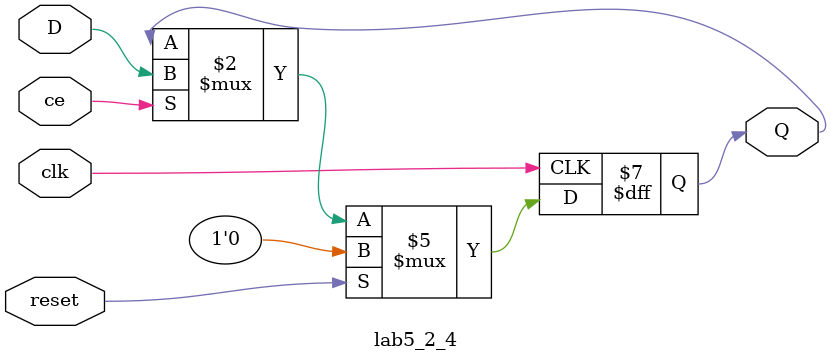
<source format=v>
`timescale 1ns / 1ps


module lab5_2_4(
    input D,
    input reset,
    input ce,
    input clk,
    output reg Q
    );
    
    always @ (posedge clk) begin
        if (reset)
            Q <= 0;
        else if (ce)
            Q <= D;
    end
endmodule

</source>
